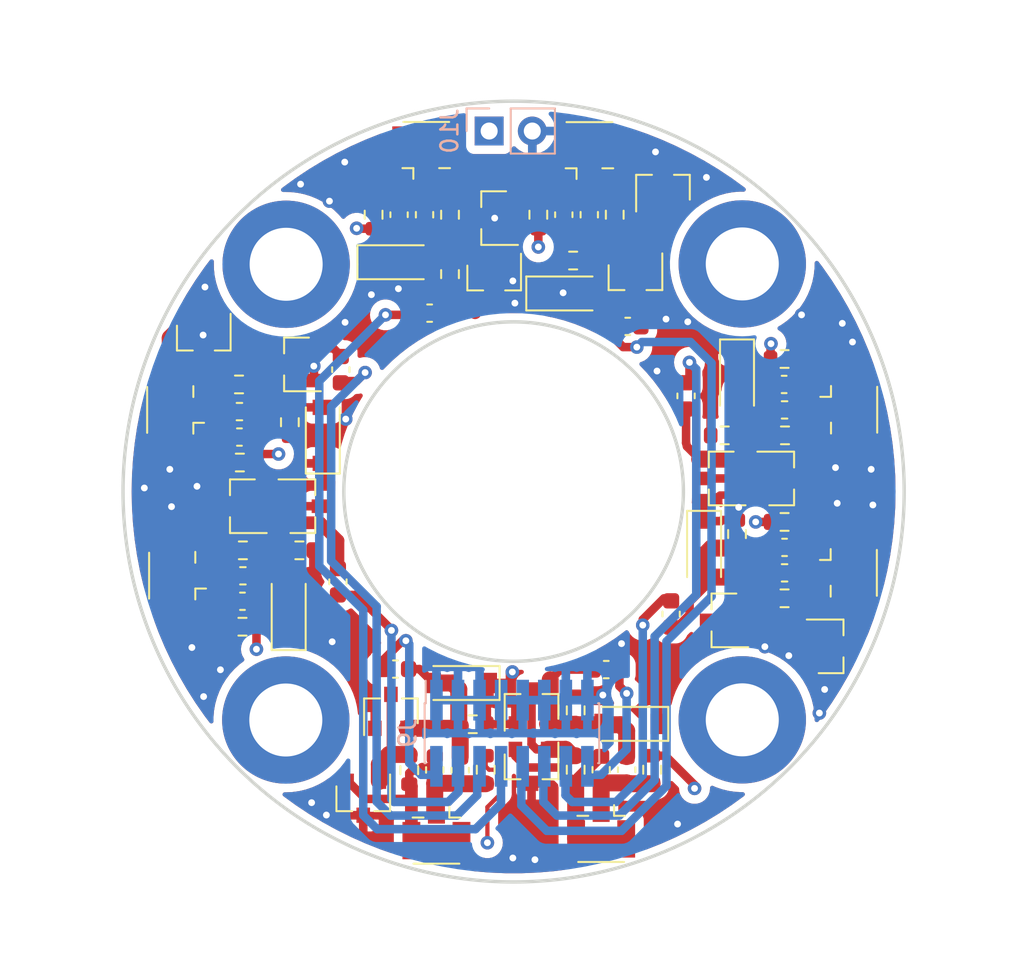
<source format=kicad_pcb>
(kicad_pcb (version 20211014) (generator pcbnew)
  (layers (0 "F.Cu" signal) (1 "In1.Cu" signal) (2 "In2.Cu" signal) (31 "B.Cu" signal) (34 "B.Paste" user) (35 "F.Paste" user) (36 "B.SilkS" user "B.Silkscreen") (37 "F.SilkS" user "F.Silkscreen") (38 "B.Mask" user) (39 "F.Mask" user) (44 "Edge.Cuts" user))
  (net 0 "")
  (net 1 "Net-(C1-Pad1)")
  (net 2 "Net-(C2-Pad1)")
  (net 3 "Net-(C3-Pad1)")
  (net 4 "Net-(C4-Pad1)")
  (net 5 "Net-(C5-Pad1)")
  (net 6 "Net-(C6-Pad1)")
  (net 7 "Net-(C7-Pad1)")
  (net 8 "Net-(C8-Pad1)")
  (net 9 "Net-(C10-Pad2)")
  (net 10 "Net-(C10-Pad1)")
  (net 11 "Net-(C11-Pad1)")
  (net 12 "Net-(C12-Pad1)")
  (net 13 "Net-(C13-Pad1)")
  (net 14 "Net-(C14-Pad1)")
  (net 15 "Net-(C15-Pad1)")
  (net 16 "Net-(C16-Pad1)")
  (net 17 "GND")
  (net 18 "Net-(J1-Pad2)")
  (net 19 "Net-(J2-Pad2)")
  (net 20 "Net-(J3-Pad2)")
  (net 21 "Net-(J4-Pad2)")
  (net 22 "Net-(J5-Pad2)")
  (net 23 "Net-(J6-Pad2)")
  (net 24 "Net-(J7-Pad2)")
  (net 25 "Net-(J8-Pad2)")
  (net 26 "Net-(Q1-Pad3)")
  (net 27 "Net-(Q3-Pad3)")
  (net 28 "Net-(Q5-Pad3)")
  (net 29 "Net-(Q7-Pad3)")
  (net 30 "Net-(Q10-Pad1)")
  (net 31 "Net-(Q11-Pad3)")
  (net 32 "Net-(Q13-Pad3)")
  (net 33 "Net-(Q15-Pad3)")
  (net 34 "TRIG1")
  (net 35 "TRIG3")
  (net 36 "TRIG5")
  (net 37 "TRIG7")
  (net 38 "TRIG0")
  (net 39 "TRIG2")
  (net 40 "TRIG4")
  (net 41 "TRIG6")
  (net 42 "VCC")
  (footprint "Capacitor_SMD:C_0603_1608Metric" (layer "F.Cu") (at 135.6 94.6 180)
    (fp_text reference "C3" hide)
    (fp_text value "47p")
  )
  (footprint "Capacitor_SMD:C_0603_1608Metric" (layer "F.Cu") (at 133.8 88.8 -90)
    (fp_text reference "C4" hide)
    (fp_text value "1n")
  )
  (footprint "Capacitor_SMD:C_0603_1608Metric" (layer "F.Cu") (at 150.7 99.475 90)
    (fp_text reference "C5" hide)
    (fp_text value "47p")
  )
  (footprint "Capacitor_SMD:C_0603_1608Metric" (layer "F.Cu") (at 156.475 98.8 180)
    (fp_text reference "C6" hide)
    (fp_text value "1n")
  )
  (footprint "Capacitor_SMD:C_0603_1608Metric" (layer "F.Cu") (at 146 115.6)
    (fp_text reference "C7" hide)
    (fp_text value "47p")
  )
  (footprint "Capacitor_SMD:C_0603_1608Metric" (layer "F.Cu") (at 133.585 115.57 180)
    (fp_text reference "C9" hide)
    (fp_text value "47p")
  )
  (footprint "Capacitor_SMD:C_0603_1608Metric" (layer "F.Cu") (at 137.4 121.525 90)
    (fp_text reference "C10" hide)
    (fp_text value "1n")
  )
  (footprint "Capacitor_SMD:C_0603_1608Metric" (layer "F.Cu") (at 130.37 97.93 -90)
    (fp_text reference "C11" hide)
    (fp_text value "47p")
  )
  (footprint "Capacitor_SMD:C_0603_1608Metric" (layer "F.Cu") (at 124.4 101.9)
    (fp_text reference "C12" hide)
    (fp_text value "1n")
  )
  (footprint "Capacitor_SMD:C_0603_1608Metric" (layer "F.Cu") (at 143.5 88.8 -90)
    (fp_text reference "C14" hide)
    (fp_text value "1n")
  )
  (footprint "Capacitor_SMD:C_0603_1608Metric" (layer "F.Cu") (at 149.82 112.325 90)
    (fp_text reference "C15" hide)
    (fp_text value "47p")
  )
  (footprint "Capacitor_SMD:C_0603_1608Metric" (layer "F.Cu") (at 156.5 108.4 180)
    (fp_text reference "C16" hide)
    (fp_text value "1n")
  )
  (footprint "Diode_SMD:D_SOD-123" (layer "F.Cu") (at 133.6 91.6)
    (fp_text reference "D3" hide)
    (fp_text value "D")
  )
  (footprint "Diode_SMD:D_SOD-123" (layer "F.Cu") (at 153.7 98.4 -90)
    (fp_text reference "D5" hide)
    (fp_text value "D")
  )
  (footprint "Diode_SMD:D_SOD-123" (layer "F.Cu") (at 147.4 118.8 180)
    (fp_text reference "D7" hide)
    (fp_text value "D")
  )
  (footprint "Diode_SMD:D_SOD-123" (layer "F.Cu") (at 137.47 116.39 180)
    (fp_text reference "D9" hide)
    (fp_text value "D")
  )
  (footprint "Diode_SMD:D_SOD-123" (layer "F.Cu") (at 129.31 101.8 90)
    (fp_text reference "D11" hide)
    (fp_text value "D")
  )
  (footprint "Diode_SMD:D_SOD-123" (layer "F.Cu") (at 143.54 93.44)
    (fp_text reference "D13" hide)
    (fp_text value "D")
  )
  (footprint "Diode_SMD:D_SOD-123" (layer "F.Cu") (at 151.76 108.5 -90)
    (fp_text reference "D15" hide)
    (fp_text value "D")
  )
  (footprint "Connector_Coaxial:U.FL_Hirose_U.FL-R-SMT-1_Vertical" (layer "F.Cu") (at 135.4 85.169999 90)
    (fp_text reference "J2" hide)
    (fp_text value "Conn_Coaxial")
  )
  (footprint "Connector_Coaxial:U.FL_Hirose_U.FL-R-SMT-1_Vertical" (layer "F.Cu") (at 160.12 100.29)
    (fp_text reference "J3" hide)
    (fp_text value "Conn_Coaxial")
  )
  (footprint "Connector_Coaxial:U.FL_Hirose_U.FL-R-SMT-1_Vertical" (layer "F.Cu") (at 145.7 125.1 -90)
    (fp_text reference "J4" hide)
    (fp_text value "Conn_Coaxial")
  )
  (footprint "Connector_Coaxial:U.FL_Hirose_U.FL-R-SMT-1_Vertical" (layer "F.Cu") (at 136 125.2 -90)
    (fp_text reference "J5" hide)
    (fp_text value "Conn_Coaxial")
  )
  (footprint "Connector_Coaxial:U.FL_Hirose_U.FL-R-SMT-1_Vertical" (layer "F.Cu") (at 120.8 100.3 180)
    (fp_text reference "J6" hide)
    (fp_text value "Conn_Coaxial")
  )
  (footprint "Connector_Coaxial:U.FL_Hirose_U.FL-R-SMT-1_Vertical" (layer "F.Cu") (at 145.010001 85.18 90)
    (fp_text reference "J7" hide)
    (fp_text value "Conn_Coaxial")
  )
  (footprint "Connector_Coaxial:U.FL_Hirose_U.FL-R-SMT-1_Vertical" (layer "F.Cu") (at 160.1 109.9)
    (fp_text reference "J8" hide)
    (fp_text value "Conn_Coaxial")
  )
  (footprint "Inductor_SMD:L_0603_1608Metric" (layer "F.Cu") (at 135.299999 88.8 -90)
    (fp_text reference "L2" hide)
    (fp_text value "100n")
  )
  (footprint "Inductor_SMD:L_0603_1608Metric" (layer "F.Cu") (at 156.5 100.3 180)
    (fp_text reference "L3" hide)
    (fp_text value "100n")
  )
  (footprint "Inductor_SMD:L_0603_1608Metric" (layer "F.Cu") (at 145.7 121.5 90)
    (fp_text reference "L4" hide)
    (fp_text value "100n")
  )
  (footprint "Inductor_SMD:L_0603_1608Metric" (layer "F.Cu") (at 135.9 121.512498 90)
    (fp_text reference "L5" hide)
    (fp_text value "100n")
  )
  (footprint "Inductor_SMD:L_0603_1608Metric" (layer "F.Cu") (at 124.4 100.4)
    (fp_text reference "L6" hide)
    (fp_text value "100n")
  )
  (footprint "Inductor_SMD:L_0603_1608Metric" (layer "F.Cu") (at 145 88.8 -90)
    (fp_text reference "L7" hide)
    (fp_text value "100n")
  )
  (footprint "Package_TO_SOT_SMD:SOT-23" (layer "F.Cu") (at 139.4 92.5 -90)
    (fp_text reference "Q3" hide)
    (fp_text value "MMBTH10")
  )
  (footprint "Package_TO_SOT_SMD:SOT-23" (layer "F.Cu") (at 139.4 89 180)
    (fp_text reference "Q4" hide)
    (fp_text value "MMBTH81")
  )
  (footprint "Package_TO_SOT_SMD:SOT-23" (layer "F.Cu") (at 152.8 104.34 180)
    (fp_text reference "Q5" hide)
    (fp_text value "MMBTH10")
  )
  (footprint "Package_TO_SOT_SMD:SOT-23" (layer "F.Cu") (at 156.3 104.34)
    (fp_text reference "Q6" hide)
    (fp_text value "MMBTH81")
  )
  (footprint "Package_TO_SOT_SMD:SOT-23" (layer "F.Cu") (at 141.6 117.799999 90)
    (fp_text reference "Q7" hide)
    (fp_text value "MMBTH10")
  )
  (footprint "Package_TO_SOT_SMD:SOT-23" (layer "F.Cu") (at 141.6 121.3 -90)
    (fp_text reference "Q8" hide)
    (fp_text value "MMBTH81")
  )
  (footprint "Package_TO_SOT_SMD:SOT-23" (layer "F.Cu") (at 133.32 118.06 90)
    (fp_text reference "Q9" hide)
    (fp_text value "MMBTH10")
  )
  (footprint "Package_TO_SOT_SMD:SOT-23" (layer "F.Cu") (at 131.69 123.18 -90)
    (fp_text reference "Q10" hide)
    (fp_text value "MMBTH81")
  )
  (footprint "Package_TO_SOT_SMD:SOT-23" (layer "F.Cu") (at 127.79 97.62 180)
    (fp_text reference "Q11" hide)
    (fp_text value "MMBTH10")
  )
  (footprint "Package_TO_SOT_SMD:SOT-23" (layer "F.Cu") (at 122.3 96.04 -90)
    (fp_text reference "Q12" hide)
    (fp_text value "MMBTH81")
  )
  (footprint "Package_TO_SOT_SMD:SOT-23" (layer "F.Cu") (at 147.72 92.48 -90)
    (fp_text reference "Q13" hide)
    (fp_text value "MMBTH10")
  )
  (footprint "Package_TO_SOT_SMD:SOT-23" (layer "F.Cu") (at 149.34 87.21 90)
    (fp_text reference "Q14" hide)
    (fp_text value "MMBTH81")
  )
  (footprint "Package_TO_SOT_SMD:SOT-23" (layer "F.Cu") (at 152.96 112.7 180)
    (fp_text reference "Q15" hide)
    (fp_text value "MMBTH10")
  )
  (footprint "Package_TO_SOT_SMD:SOT-23" (layer "F.Cu") (at 159.21 114.23)
    (fp_text reference "Q16" hide)
    (fp_text value "MMBTH81")
  )
  (footprint "Resistor_SMD:R_0603_1608Metric" (layer "F.Cu") (at 132.3 88.8 -90)
    (fp_text reference "R4" hide)
    (fp_text value "100k")
  )
  (footprint "Resistor_SMD:R_0603_1608Metric" (layer "F.Cu") (at 136.8 92.3 -90)
    (fp_text reference "R5" hide)
    (fp_text value "2.2k")
  )
  (footprint "Resistor_SMD:R_0603_1608Metric" (layer "F.Cu") (at 136.800001 88.8 -90)
    (fp_text reference "R6" hide)
    (fp_text value "10k")
  )
  (footprint "Resistor_SMD:R_0603_1608Metric" (layer "F.Cu") (at 156.5 97.3 180)
    (fp_text reference "R7" hide)
    (fp_text value "100k")
  )
  (footprint "Resistor_SMD:R_0603_1608Metric" (layer "F.Cu") (at 152.975 101.8 180)
    (fp_text reference "R8" hide)
    (fp_text value "2.2k")
  )
  (footprint "Resistor_SMD:R_0603_1608Metric" (layer "F.Cu") (at 156.525 101.8 180)
    (fp_text reference "R9" hide)
    (fp_text value "10k")
  )
  (footprint "Resistor_SMD:R_0603_1608Metric" (layer "F.Cu") (at 148.700001 121.5 90)
    (fp_text reference "R10" hide)
    (fp_text value "100k")
  )
  (footprint "Resistor_SMD:R_0603_1608Metric" (layer "F.Cu") (at 144.2 118 90)
    (fp_text reference "R11" hide)
    (fp_text value "2.2k")
  )
  (footprint "Resistor_SMD:R_0603_1608Metric" (layer "F.Cu") (at 144.2 121.5 90)
    (fp_text reference "R12" hide)
    (fp_text value "10k")
  )
  (footprint "Resistor_SMD:R_0603_1608Metric" (layer "F.Cu") (at 138.9 121.5 90)
    (fp_text reference "R13" hide)
    (fp_text value "100k")
  )
  (footprint "Resistor_SMD:R_0603_1608Metric" (layer "F.Cu") (at 138.14 118.82)
    (fp_text reference "R14" hide)
    (fp_text value "2.2k")
  )
  (footprint "Resistor_SMD:R_0603_1608Metric" (layer "F.Cu") (at 124.425 103.4)
    (fp_text reference "R16" hide)
    (fp_text value "100k")
  )
  (footprint "Resistor_SMD:R_0603_1608Metric" (layer "F.Cu") (at 127.37 101.025 -90)
    (fp_text reference "R17" hide)
    (fp_text value "2.2k")
  )
  (footprint "Resistor_SMD:R_0603_1608Metric" (layer "F.Cu") (at 124.375 98.8)
    (fp_text reference "R18" hide)
    (fp_text value "10k")
  )
  (footprint "Resistor_SMD:R_0603_1608Metric" (layer "F.Cu") (at 142 88.8 -90)
    (fp_text reference "R19" hide)
    (fp_text value "100k")
  )
  (footprint "Resistor_SMD:R_0603_1608Metric" (layer "F.Cu") (at 144.05 91.5 180)
    (fp_text reference "R20" hide)
    (fp_text value "2.2k")
  )
  (footprint "Resistor_SMD:R_0603_1608Metric" (layer "F.Cu") (at 146.5 88.8 -90)
    (fp_text reference "R21" hide)
    (fp_text value "10k")
  )
  (footprint "Resistor_SMD:R_0603_1608Metric" (layer "F.Cu") (at 156.5 106.9 180)
    (fp_text reference "R22" hide)
    (fp_text value "100k")
  )
  (footprint "Resistor_SMD:R_0603_1608Metric" (layer "F.Cu") (at 153.7 107.615 90)
    (fp_text reference "R23" hide)
    (fp_text value "2.2k")
  )
  (footprint "Resistor_SMD:R_0603_1608Metric" (layer "F.Cu") (at 156.5 111.4 180)
    (fp_text reference "R24" hide)
    (fp_text value "10k")
  )
  (footprint "Resistor_SMD:R_0603_1608Metric" (layer "F.Cu") (at 124.603388 108.57416)
    (fp_text reference "R3" hide)
    (fp_text value "10k")
  )
  (footprint "Package_TO_SOT_SMD:SOT-23" (layer "F.Cu") (at 128.103388 105.974159)
    (fp_text reference "Q1" hide)
    (fp_text value "MMBTH10")
  )
  (footprint "Inductor_SMD:L_0603_1608Metric" (layer "F.Cu") (at 124.603388 110.07416)
    (fp_text reference "L1" hide)
    (fp_text value "100n")
  )
  (footprint "Capacitor_SMD:C_0603_1608Metric" (layer "F.Cu") (at 124.578387 111.574159)
    (fp_text reference "C2" hide)
    (fp_text value "1n")
  )
  (footprint "Connector_Coaxial:U.FL_Hirose_U.FL-R-SMT-1_Vertical" (layer "F.Cu") (at 120.91552 110.065454 180)
    (fp_text reference "J1" hide)
    (fp_text value "Conn_Coaxial")
  )
  (footprint "Diode_SMD:D_SOD-123" (layer "F.Cu") (at 127.3 112.2 90)
    (fp_text reference "D1" hide)
    (fp_text value "D")
  )
  (footprint "Capacitor_SMD:C_0603_1608Metric" (layer "F.Cu") (at 130.2 110.425 -90)
    (fp_text reference "C1" hide)
    (fp_text value "47p")
  )
  (footprint "Package_TO_SOT_SMD:SOT-23" (layer "F.Cu") (at 124.603388 105.974159 180)
    (fp_text reference "Q2" hide)
    (fp_text value "MMBTH81")
  )
  (footprint "Resistor_SMD:R_0603_1608Metric" (layer "F.Cu") (at 124.578387 113.074159)
    (fp_text reference "R1" hide)
    (fp_text value "100k")
  )
  (footprint "Capacitor_SMD:C_0603_1608Metric" (layer "F.Cu") (at 147.265 95.38 180)
    (fp_text reference "C13" hide)
    (fp_text value "47p")
  )
  (footprint "Resistor_SMD:R_0603_1608Metric" (layer "F.Cu") (at 127.928388 108.57416)
    (fp_text reference "R2" hide)
    (fp_text value "2.2k")
  )
  (footprint "Resistor_SMD:R_0603_1608Metric" (layer "F.Cu") (at 134.4 121.525 90)
    (fp_text reference "R15" hide)
    (fp_text value "10k")
  )
  (footprint "Capacitor_SMD:C_0603_1608Metric" (layer "F.Cu") (at 147.199999 121.5 90)
    (fp_text reference "C8" hide)
    (fp_text value "1n")
  )
  (footprint "Inductor_SMD:L_0603_1608Metric" (layer "F.Cu") (at 156.500001 109.9 180)
    (fp_text reference "L8" hide)
    (fp_text value "100n")
  )
  (footprint "MountingHole:MountingHole_4.3mm_M4_DIN965_Pad" (layer "F.Cu") (at 127.13 118.57)
    (fp_text reference "H4" hide)
    (fp_text value "MountingHole")
  )
  (footprint "MountingHole:MountingHole_4.3mm_M4_DIN965_Pad" (layer "F.Cu") (at 154.01 118.56)
    (fp_text reference "H3" hide)
    (fp_text value "MountingHole")
  )
  (footprint "MountingHole:MountingHole_4.3mm_M4_DIN965_Pad" (layer "F.Cu") (at 154.01 91.7)
    (fp_text reference "H2" hide)
    (fp_text value "MountingHole")
  )
  (footprint "MountingHole:MountingHole_4.3mm_M4_DIN965_Pad" (layer "F.Cu") (at 127.15 91.72)
    (fp_text reference "H1" hide)
    (fp_text value "MountingHole")
  )
  (footprint "Connector_PinHeader_1.27mm:PinHeader_2x08_P1.27mm_Vertical_SMD" (layer "B.Cu") (at 140.445 119.35 -90)
    (fp_text reference "J9")
    (fp_text value "Conn_02x08_Odd_Even")
  )
  (footprint "Connector_PinHeader_2.54mm:PinHeader_1x02_P2.54mm_Vertical" (layer "B.Cu") (at 139.105 83.87 -90)
    (fp_text reference "J10")
    (fp_text value "Conn_01x02_Female")
  )
  (gr_circle (center 140.544661 105.111775) (end 156.808116 88.84832) (layer "Edge.Cuts") (width 0.2) (fill none))
  (gr_circle (center 140.544661 105.111775) (end 147.615728 98.040708) (layer "Edge.Cuts") (width 0.2) (fill none))
  (segment (start 127.103388 108.57416) (end 127.3 108.770772) (width 1) (layer "F.Cu") (net 1))
  (segment (start 130.2 108) (end 129.14916 106.94916) (width 0.75) (layer "F.Cu") (net 1))
  (segment (start 127.103388 106.92416) (end 127.103388 108.57416) (width 1) (layer "F.Cu") (net 1))
  (segment (start 126.925841 111.574159) (end 125.353388 111.574159) (width 1) (layer "F.Cu") (net 1))
  (segment (start 127.3 108.770772) (end 127.3 110.55) (width 1) (layer "F.Cu") (net 1))
  (segment (start 127.3 111.2) (end 126.925841 111.574159) (width 1) (layer "F.Cu") (net 1))
  (segment (start 127.103388 106.924159) (end 127.103388 106.92416) (width 1) (layer "F.Cu") (net 1))
  (segment (start 127.128389 106.94916) (end 127.103388 106.924159) (width 0.75) (layer "F.Cu") (net 1))
  (segment (start 127.3 110.55) (end 127.3 111.2) (width 1) (layer "F.Cu") (net 1))
  (segment (start 130.2 109.65) (end 130.2 108) (width 0.75) (layer "F.Cu") (net 1))
  (segment (start 129.14916 106.94916) (end 127.128389 106.94916) (width 0.75) (layer "F.Cu") (net 1))
  (segment (start 123.803387 111.574159) (end 123.753387 111.624159) (width 1) (layer "F.Cu") (net 2))
  (segment (start 123.753387 111.624159) (end 123.753387 113.074159) (width 1) (layer "F.Cu") (net 2))
  (segment (start 123.807182 110.065454) (end 121.965519 110.065454) (width 1) (layer "F.Cu") (net 2))
  (segment (start 123.803387 110.08666) (end 123.803387 111.574159) (width 1) (layer "F.Cu") (net 2))
  (segment (start 123.815887 110.07416) (end 123.807182 110.065454) (width 1) (layer "F.Cu") (net 2))
  (segment (start 123.815887 110.07416) (end 123.803387 110.08666) (width 1) (layer "F.Cu") (net 2))
  (segment (start 136.375 94.6) (end 138.25 94.6) (width 0.5) (layer "F.Cu") (net 3))
  (segment (start 136.8 91.475) (end 138.425 91.475) (width 1) (layer "F.Cu") (net 3))
  (segment (start 138.275 91.675) (end 138.275 94.575) (width 0.75) (layer "F.Cu") (net 3))
  (segment (start 133.8 89.575) (end 133.8 91.1) (width 1) (layer "F.Cu") (net 3))
  (segment (start 134.25 91.55) (end 134.8 91.55) (width 1) (layer "F.Cu") (net 3))
  (segment (start 134.8 91.55) (end 136.725 91.55) (width 1) (layer "F.Cu") (net 3))
  (segment (start 138.425 91.475) (end 138.45 91.5) (width 1) (layer "F.Cu") (net 3))
  (segment (start 136.725 91.55) (end 136.8 91.475) (width 1) (layer "F.Cu") (net 3))
  (segment (start 133.8 91.1) (end 134.25 91.55) (width 1) (layer "F.Cu") (net 3))
  (segment (start 138.25 94.6) (end 138.275 94.575) (width 0.5) (layer "F.Cu") (net 3))
  (segment (start 138.45 91.5) (end 138.275 91.675) (width 0.75) (layer "F.Cu") (net 3))
  (segment (start 132.3 87.975) (end 133.75 87.975) (width 1) (layer "F.Cu") (net 4))
  (segment (start 135.2875 88.025) (end 135.3 88.0125) (width 1) (layer "F.Cu") (net 4))
  (segment (start 135.400001 86.22) (end 135.4 87.9125) (width 1) (layer "F.Cu") (net 4))
  (segment (start 135.4 87.9125) (end 135.3 88.0125) (width 1) (layer "F.Cu") (net 4))
  (segment (start 133.75 87.975) (end 133.8 88.025) (width 1) (layer "F.Cu") (net 4))
  (segment (start 133.8 88.025) (end 135.2875 88.025) (width 1) (layer "F.Cu") (net 4))
  (segment (start 150.7 100.25) (end 150.7 102.24738) (width 0.5) (layer "F.Cu") (net 5))
  (segment (start 153.8 103.39) (end 153.61 103.2) (width 1) (layer "F.Cu") (net 5))
  (segment (start 154.2 98.8) (end 153.799999 99.2) (width 1) (layer "F.Cu") (net 5))
  (segment (start 153.8 101.8) (end 153.8 103.39) (width 1) (layer "F.Cu") (net 5))
  (segment (start 153.799999 99.2) (end 153.799999 99.8) (width 1) (layer "F.Cu") (net 5))
  (segment (start 150.753849 102.453849) (end 151.5 103.2) (width 0.5) (layer "F.Cu") (net 5))
  (segment (start 153.799999 99.8) (end 153.8 101.8) (width 1) (layer "F.Cu") (net 5))
  (segment (start 155.7 98.8) (end 154.2 98.8) (width 1) (layer "F.Cu") (net 5))
  (segment (start 153.61 103.2) (end 151.5 103.2) (width 1) (layer "F.Cu") (net 5))
  (segment (start 150.7 102.24738) (end 150.753849 102.453849) (width 0.5) (layer "F.Cu") (net 5))
  (segment (start 157.325 98.725) (end 157.25 98.8) (width 1) (layer "F.Cu") (net 6))
  (segment (start 157.25 100.2625) (end 157.2875 100.3) (width 1) (layer "F.Cu") (net 6))
  (segment (start 157.25 98.8) (end 157.25 100.2625) (width 1) (layer "F.Cu") (net 6))
  (segment (start 159.06 100.299999) (end 159.07 100.29) (width 1) (layer "F.Cu") (net 6))
  (segment (start 157.2875 100.3) (end 159.06 100.299999) (width 1) (layer "F.Cu") (net 6))
  (segment (start 157.325 97.3) (end 157.325 98.725) (width 1) (layer "F.Cu") (net 6))
  (segment (start 147.2 120.725) (end 147.2 119.2) (width 1) (layer "F.Cu") (net 7))
  (segment (start 142.55 118.800001) (end 142.700002 118.649999) (width 1) (layer "F.Cu") (net 7))
  (segment (start 145.225 115.6) (end 143.3 115.6) (width 0.5) (layer "F.Cu") (net 7))
  (segment (start 146.2 118.85) (end 144.225 118.85) (width 1) (layer "F.Cu") (net 7))
  (segment (start 143.3 115.6) (end 142.700002 116.199998) (width 0.5) (layer "F.Cu") (net 7))
  (segment (start 144.2 118.825) (end 142.575 118.825) (width 1) (layer "F.Cu") (net 7))
  (segment (start 142.575 118.825) (end 142.55 118.800001) (width 1) (layer "F.Cu") (net 7))
  (segment (start 142.700002 118.649999) (end 142.700002 116.199998) (width 1) (layer "F.Cu") (net 7))
  (segment (start 146.85 118.85) (end 146.2 118.85) (width 1) (layer "F.Cu") (net 7))
  (segment (start 144.225 118.85) (end 144.2 118.825) (width 1) (layer "F.Cu") (net 7))
  (segment (start 147.2 119.2) (end 146.85 118.85) (width 1) (layer "F.Cu") (net 7))
  (segment (start 148.700001 122.325) (end 147.25 122.325) (width 1) (layer "F.Cu") (net 8))
  (segment (start 145.7 124.05) (end 145.7 122.2875) (width 1) (layer "F.Cu") (net 8))
  (segment (start 145.7125 122.275) (end 145.7 122.2875) (width 1) (layer "F.Cu") (net 8))
  (segment (start 147.2 122.275) (end 145.7125 122.275) (width 1) (layer "F.Cu") (net 8))
  (segment (start 147.25 122.325) (end 147.2 122.275) (width 1) (layer "F.Cu") (net 8))
  (segment (start 134.36 115.57) (end 135 115.57) (width 0.5) (layer "F.Cu") (net 9))
  (segment (start 137.315 116.755) (end 136.95 116.39) (width 1) (layer "F.Cu") (net 9))
  (segment (start 134.27 119.06) (end 137.075 119.06) (width 1) (layer "F.Cu") (net 9))
  (segment (start 137.315 118.82) (end 137.315 116.755) (width 1) (layer "F.Cu") (net 9))
  (segment (start 135 115.57) (end 135.82 116.39) (width 0.5) (layer "F.Cu") (net 9))
  (segment (start 137.4 118.905) (end 137.315 118.82) (width 1) (layer "F.Cu") (net 9))
  (segment (start 137.4 120.75) (end 137.4 118.905) (width 1) (layer "F.Cu") (net 9))
  (segment (start 137.075 119.06) (end 137.315 118.82) (width 1) (layer "F.Cu") (net 9))
  (segment (start 136.95 116.39) (end 135.82 116.39) (width 1) (layer "F.Cu") (net 9))
  (segment (start 135.9 124.050001) (end 136 124.15) (width 1) (layer "F.Cu") (net 10))
  (segment (start 137.425 122.325) (end 137.4 122.3) (width 1) (layer "F.Cu") (net 10))
  (segment (start 137.4 122.3) (end 135.900001 122.3) (width 1) (layer "F.Cu") (net 10))
  (segment (start 135.9 122.299999) (end 135.9 124.050001) (width 1) (layer "F.Cu") (net 10))
  (segment (start 138.9 122.325) (end 137.425 122.325) (width 1) (layer "F.Cu") (net 10))
  (segment (start 135.900001 122.3) (end 135.9 122.299999) (width 1) (layer "F.Cu") (net 10))
  (segment (start 129.31 100.15) (end 127.42 100.15) (width 0.5) (layer "F.Cu") (net 11))
  (segment (start 125.82 101.9) (end 126.21 101.51) (width 0.5) (layer "F.Cu") (net 11))
  (segment (start 128.44 96.67) (end 127.77 97.34) (width 0.5) (layer "F.Cu") (net 11))
  (segment (start 126.41 100.2) (end 127.37 100.2) (width 0.5) (layer "F.Cu") (net 11))
  (segment (start 127.77 97.34) (end 127.77 99.8) (width 0.5) (layer "F.Cu") (net 11))
  (segment (start 127.77 99.8) (end 127.37 100.2) (width 0.5) (layer "F.Cu") (net 11))
  (segment (start 129.93 96.67) (end 128.79 96.67) (width 0.5) (layer "F.Cu") (net 11))
  (segment (start 126.21 100.4) (end 126.41 100.2) (width 0.5) (layer "F.Cu") (net 11))
  (segment (start 128.79 96.67) (end 128.44 96.67) (width 0.5) (layer "F.Cu") (net 11))
  (segment (start 130.4 97.14) (end 129.93 96.67) (width 0.5) (layer "F.Cu") (net 11))
  (segment (start 126.21 101.51) (end 126.21 100.4) (width 0.5) (layer "F.Cu") (net 11))
  (segment (start 125.175 101.9) (end 125.82 101.9) (width 0.5) (layer "F.Cu") (net 11))
  (segment (start 127.42 100.15) (end 127.37 100.2) (width 0.5) (layer "F.Cu") (net 11))
  (segment (start 121.95 100.4) (end 121.85 100.3) (width 1) (layer "F.Cu") (net 12))
  (segment (start 123.625 101.9) (end 123.625 100.4125) (width 1) (layer "F.Cu") (net 12))
  (segment (start 123.625 100.4125) (end 123.6125 100.4) (width 1) (layer "F.Cu") (net 12))
  (segment (start 123.6 103.4) (end 123.6 101.925) (width 1) (layer "F.Cu") (net 12))
  (segment (start 123.625 100.4) (end 121.95 100.4) (width 1) (layer "F.Cu") (net 12))
  (segment (start 123.6 101.925) (end 123.625 101.9) (width 1) (layer "F.Cu") (net 12))
  (segment (start 147.97 95.24) (end 146.17 93.44) (width 0.5) (layer "F.Cu") (net 13))
  (segment (start 147.975 95.24) (end 147.97 95.24) (width 0.5) (layer "F.Cu") (net 13))
  (segment (start 146.77 91.48) (end 144.895 91.48) (width 1) (layer "F.Cu") (net 13))
  (segment (start 145.19 91.815) (end 144.875 91.5) (width 1) (layer "F.Cu") (net 13))
  (segment (start 143.5 90.125) (end 144.875 91.5) (width 0.5) (layer "F.Cu") (net 13))
  (segment (start 144.895 91.48) (end 144.875 91.5) (width 1) (layer "F.Cu") (net 13))
  (segment (start 146.17 93.44) (end 145.19 93.44) (width 0.5) (layer "F.Cu") (net 13))
  (segment (start 143.5 89.575) (end 143.5 90.125) (width 0.5) (layer "F.Cu") (net 13))
  (segment (start 145.19 93.44) (end 145.19 91.815) (width 1) (layer "F.Cu") (net 13))
  (segment (start 145 86.24) (end 145.01 86.23) (width 1) (layer "F.Cu") (net 14))
  (segment (start 144.9875 88.025) (end 145 88.012501) (width 1) (layer "F.Cu") (net 14))
  (segment (start 142 87.975) (end 143.45 87.975001) (width 1) (layer "F.Cu") (net 14))
  (segment (start 143.45 87.975001) (end 143.5 88.025) (width 1) (layer "F.Cu") (net 14))
  (segment (start 143.5 88.025) (end 144.9875 88.025) (width 1) (layer "F.Cu") (net 14))
  (segment (start 145 88.012501) (end 145 86.24) (width 1) (layer "F.Cu") (net 14))
  (segment (start 155.725 108.4) (end 153.74 108.4) (width 1) (layer "F.Cu") (net 15))
  (segment (start 150.91 111.61) (end 151.76 110.76) (width 0.5) (layer "F.Cu") (net 15))
  (segment (start 153.96 110.65) (end 153.46 110.15) (width 1) (layer "F.Cu") (net 15))
  (segment (start 151.76 108.88) (end 152.2 108.44) (width 1) (layer "F.Cu") (net 15))
  (segment (start 153.74 108.4) (end 153.7 108.44) (width 1) (layer "F.Cu") (net 15))
  (segment (start 150.17 113.1) (end 150.91 112.36) (width 0.5) (layer "F.Cu") (net 15))
  (segment (start 151.76 110.76) (end 151.76 110.15) (width 0.5) (layer "F.Cu") (net 15))
  (segment (start 153.46 110.15) (end 151.76 110.15) (width 1) (layer "F.Cu") (net 15))
  (segment (start 149.82 113.1) (end 150.17 113.1) (width 0.5) (layer "F.Cu") (net 15))
  (segment (start 151.76 110.15) (end 151.76 108.88) (width 1) (layer "F.Cu") (net 15))
  (segment (start 152.2 108.44) (end 153.7 108.44) (width 1) (layer "F.Cu") (net 15))
  (segment (start 150.91 112.36) (end 150.91 111.61) (width 0.5) (layer "F.Cu") (net 15))
  (segment (start 153.96 111.75) (end 153.96 110.65) (width 1) (layer "F.Cu") (net 15))
  (segment (start 157.2875 109.9) (end 159.05 109.9) (width 1) (layer "F.Cu") (net 16))
  (segment (start 157.275 108.4) (end 157.275 106.95) (width 1) (layer "F.Cu") (net 16))
  (segment (start 157.275 106.95) (end 157.325 106.9) (width 1) (layer "F.Cu") (net 16))
  (segment (start 157.2875 108.4125) (end 157.275 108.4) (width 1) (layer "F.Cu") (net 16))
  (segment (start 157.2875 109.9) (end 157.2875 108.4125) (width 1) (layer "F.Cu") (net 16))
  (segment (start 138.4 89) (end 139.43 89) (width 0.5) (layer "F.Cu") (net 17))
  (segment (start 128.79 98.57) (end 128.79 97.73) (width 0.5) (layer "F.Cu") (net 17))
  (segment (start 128.79 97.73) (end 128.779312 97.719312) (width 0.5) (layer "F.Cu") (net 17))
  (via (at 158.55 118.16) (size 0.8) (drill 0.4) (layers "F.Cu" "B.Cu") (net 17))
  (via (at 120.4 106) (size 0.8) (drill 0.4) (layers "F.Cu" "B.Cu") (net 17))
  (via (at 118.8 104.9) (size 0.8) (drill 0.4) (layers "F.Cu" "B.Cu") (net 17))
  (via (at 161.6 103.8) (size 0.8) (drill 0.4) (layers "F.Cu" "B.Cu") (net 17))
  (via (at 140.62 94.01) (size 0.8) (drill 0.4) (layers "F.Cu" "B.Cu") (net 17))
  (via (at 122.37 93.06) (size 0.8) (drill 0.4) (layers "F.Cu" "B.Cu") (net 17))
  (via (at 121.9 104.8) (size 0.8) (drill 0.4) (layers "F.Cu" "B.Cu") (net 17))
  (via (at 145.8 117.1) (size 0.8) (drill 0.4) (layers "F.Cu" "B.Cu") (net 17))
  (via (at 133.76 93.16) (size 0.8) (drill 0.4) (layers "F.Cu" "B.Cu") (net 17))
  (via (at 151.9 86.6) (size 0.8) (drill 0.4) (layers "F.Cu" "B.Cu") (net 17))
  (via (at 130.6 85.7) (size 0.8) (drill 0.4) (layers "F.Cu" "B.Cu") (net 17))
  (via (at 130.66 100.84) (size 0.8) (drill 0.4) (layers "F.Cu" "B.Cu") (net 17))
  (via (at 128.779312 97.719312) (size 0.8) (drill 0.4) (layers "F.Cu" "B.Cu") (net 17))
  (via (at 159.9 95.2) (size 0.8) (drill 0.4) (layers "F.Cu" "B.Cu") (net 17))
  (via (at 140.5 92.7) (size 0.8) (drill 0.4) (layers "F.Cu" "B.Cu") (net 17))
  (via (at 157.5 94.7) (size 0.8) (drill 0.4) (layers "F.Cu" "B.Cu") (net 17))
  (via (at 161.7 105.9) (size 0.8) (drill 0.4) (layers "F.Cu" "B.Cu") (net 17))
  (via (at 150.8 95.11) (size 0.8) (drill 0.4) (layers "F.Cu" "B.Cu") (net 17))
  (via (at 143.46 93.4) (size 0.8) (drill 0.4) (layers "F.Cu" "B.Cu") (net 17))
  (via (at 159.6 105.8) (size 0.8) (drill 0.4) (layers "F.Cu" "B.Cu") (net 17))
  (via (at 122.26 95.89) (size 0.8) (drill 0.4) (layers "F.Cu" "B.Cu") (net 17))
  (via (at 132.17 93.51) (size 0.8) (drill 0.4) (layers "F.Cu" "B.Cu") (net 17))
  (via (at 129.52 124.17) (size 0.8) (drill 0.4) (layers "F.Cu" "B.Cu") (net 17))
  (via (at 159.5 103.7) (size 0.8) (drill 0.4) (layers "F.Cu" "B.Cu") (net 17))
  (via (at 128.65 123.44) (size 0.8) (drill 0.4) (layers "F.Cu" "B.Cu") (net 17))
  (via (at 140.5 126.7) (size 0.8) (drill 0.4) (layers "F.Cu" "B.Cu") (net 17))
  (via (at 148.99 98.01) (size 0.8) (drill 0.4) (layers "F.Cu" "B.Cu") (net 17))
  (via (at 148.9 85.1) (size 0.8) (drill 0.4) (layers "F.Cu" "B.Cu") (net 17))
  (via (at 128 87) (size 0.8) (drill 0.4) (layers "F.Cu" "B.Cu") (net 17))
  (via (at 150.2 124.7) (size 0.8) (drill 0.4) (layers "F.Cu" "B.Cu") (net 17))
  (via (at 156.75 114.78) (size 0.8) (drill 0.4) (layers "F.Cu" "B.Cu") (net 17))
  (via (at 130.62 95.14) (size 0.8) (drill 0.4) (layers "F.Cu" "B.Cu") (net 17))
  (via (at 153.8 106.04) (size 0.8) (drill 0.4) (layers "F.Cu" "B.Cu") (net 17))
  (via (at 121.6 114.3) (size 0.8) (drill 0.4) (layers "F.Cu" "B.Cu") (net 17))
  (via (at 155.34 114.25) (size 0.8) (drill 0.4) (layers "F.Cu" "B.Cu") (net 17))
  (via (at 160.5 96.3) (size 0.8) (drill 0.4) (layers "F.Cu" "B.Cu") (net 17))
  (via (at 129.86 113.96) (size 0.8) (drill 0.4) (layers "F.Cu" "B.Cu") (net 17))
  (via (at 158.86 116.77) (size 0.8) (drill 0.4) (layers "F.Cu" "B.Cu") (net 17))
  (via (at 123.28 115.61) (size 0.8) (drill 0.4) (layers "F.Cu" "B.Cu") (net 17))
  (via (at 149.52 94.95) (size 0.8) (drill 0.4) (layers "F.Cu" "B.Cu") (net 17))
  (via (at 129.7 88) (size 0.8) (drill 0.4) (layers "F.Cu" "B.Cu") (net 17))
  (via (at 146.9 114.07) (size 0.8) (drill 0.4) (layers "F.Cu" "B.Cu") (net 17))
  (via (at 140.47 115.74) (size 0.8) (drill 0.4) (layers "F.Cu" "B.Cu") (net 17))
  (via (at 139.43 89) (size 0.8) (drill 0.4) (layers "F.Cu" "B.Cu") (net 17))
  (via (at 122.29 117.19) (size 0.8) (drill 0.4) (layers "F.Cu" "B.Cu") (net 17))
  (via (at 120.3 103.8) (size 0.8) (drill 0.4) (layers "F.Cu" "B.Cu") (net 17))
  (via (at 141.8 126.8) (size 0.8) (drill 0.4) (layers "F.Cu" "B.Cu") (net 17))
  (segment (start 124.578378 109.378378) (end 125.27416 110.07416) (width 0.5) (layer "F.Cu") (net 18))
  (segment (start 125.075841 105.024159) (end 124.7 105.4) (width 0.5) (layer "F.Cu") (net 18))
  (segment (start 123.778388 107.521612) (end 123.778388 108.57416) (width 0.5) (layer "F.Cu") (net 18))
  (segment (start 124.7 105.4) (end 124.7 106.6) (width 0.5) (layer "F.Cu") (net 18))
  (segment (start 123.778388 108.57416) (end 120.456814 108.57416) (width 0.5) (layer "F.Cu") (net 18))
  (segment (start 125.27416 110.07416) (end 125.390888 110.07416) (width 0.5) (layer "F.Cu") (net 18))
  (segment (start 124.7 106.6) (end 123.778388 107.521612) (width 0.5) (layer "F.Cu") (net 18))
  (segment (start 120.44052 108.590454) (end 120.44052 111.540454) (width 1) (layer "F.Cu") (net 18))
  (segment (start 125.603388 105.024159) (end 125.075841 105.024159) (width 0.5) (layer "F.Cu") (net 18))
  (segment (start 123.778388 108.57416) (end 124.27416 108.57416) (width 0.5) (layer "F.Cu") (net 18))
  (segment (start 125.390888 110.07416) (end 125.278388 110.07416) (width 0.5) (layer "F.Cu") (net 18))
  (segment (start 120.456814 108.57416) (end 120.44052 108.590454) (width 0.5) (layer "F.Cu") (net 18))
  (segment (start 124.27416 108.57416) (end 124.578378 108.878378) (width 0.5) (layer "F.Cu") (net 18))
  (segment (start 124.578378 108.878378) (end 124.578378 109.378378) (width 0.5) (layer "F.Cu") (net 18))
  (segment (start 136.8 88.67499) (end 136.8 87.974999) (width 0.5) (layer "F.Cu") (net 19))
  (segment (start 133.925 84.695) (end 136.875 84.695) (width 1) (layer "F.Cu") (net 19))
  (segment (start 135.299999 89.433272) (end 136.058282 88.67499) (width 0.5) (layer "F.Cu") (net 19))
  (segment (start 136.8 84.77) (end 136.875 84.695) (width 1) (layer "F.Cu") (net 19))
  (segment (start 136.800001 84.769998) (end 136.875 84.694999) (width 1) (layer "F.Cu") (net 19))
  (segment (start 136.800001 87.975) (end 136.800001 84.769998) (width 1) (layer "F.Cu") (net 19))
  (segment (start 135.3 89.5875) (end 135.299999 89.433272) (width 0.5) (layer "F.Cu") (net 19))
  (segment (start 136.874512 87.900489) (end 136.800001 87.975) (width 1) (layer "F.Cu") (net 19))
  (segment (start 140.250489 87.900489) (end 136.874512 87.900489) (width 1) (layer "F.Cu") (net 19))
  (segment (start 136.058282 88.67499) (end 136.8 88.67499) (width 0.5) (layer "F.Cu") (net 19))
  (segment (start 140.4 88.05) (end 140.250489 87.900489) (width 1) (layer "F.Cu") (net 19))
  (segment (start 155.92 105.29) (end 156.36 104.85) (width 0.5) (layer "F.Cu") (net 20))
  (segment (start 160.595 101.765) (end 157.385 101.765) (width 1) (layer "F.Cu") (net 20))
  (segment (start 156.36 102.79) (end 157.35 101.8) (width 0.5) (layer "F.Cu") (net 20))
  (segment (start 156.36 104.85) (end 156.36 102.79) (width 0.5) (layer "F.Cu") (net 20))
  (segment (start 155.85 100.3) (end 157.35 101.8) (width 0.5) (layer "F.Cu") (net 20))
  (segment (start 157.385 101.765) (end 157.35 101.8) (width 1) (layer "F.Cu") (net 20))
  (segment (start 155.3 105.29) (end 155.92 105.29) (width 0.5) (layer "F.Cu") (net 20))
  (segment (start 160.595 98.815) (end 160.595 101.765) (width 1) (layer "F.Cu") (net 20))
  (segment (start 144.97499 121.52501) (end 144.693507 121.52501) (width 0.5) (layer "F.Cu") (net 21))
  (segment (start 140.65 120.3) (end 140.65 120.7) (width 0.5) (layer "F.Cu") (net 21))
  (segment (start 144.2 122.018517) (end 144.2 122.325) (width 0.5) (layer "F.Cu") (net 21))
  (segment (start 140.65 120.7) (end 141.32 121.37) (width 0.5) (layer "F.Cu") (net 21))
  (segment (start 144.225 125.575) (end 147.175 125.575) (width 1) (layer "F.Cu") (net 21))
  (segment (start 144.175 122.3) (end 144.2 122.325) (width 1) (layer "F.Cu") (net 21))
  (segment (start 145.7 120.8) (end 144.97499 121.52501) (width 0.5) (layer "F.Cu") (net 21))
  (segment (start 144.2 122.325) (end 144.200001 125.55) (width 1) (layer "F.Cu") (net 21))
  (segment (start 141.32 121.37) (end 143.245 121.37) (width 0.5) (layer "F.Cu") (net 21))
  (segment (start 144.693507 121.52501) (end 144.2 122.018517) (width 0.5) (layer "F.Cu") (net 21))
  (segment (start 145.7 120.7125) (end 145.7 120.8) (width 0.5) (layer "F.Cu") (net 21))
  (segment (start 143.245 121.37) (end 144.2 122.325) (width 0.5) (layer "F.Cu") (net 21))
  (segment (start 144.200001 125.55) (end 144.225 125.575) (width 1) (layer "F.Cu") (net 21))
  (segment (start 134.525 123.635) (end 134.525 122.475) (width 0.75) (layer "F.Cu") (net 22))
  (segment (start 130.92 122.31) (end 131.83 123.22) (width 0.5) (layer "F.Cu") (net 22))
  (segment (start 135.9 120.724999) (end 135.9 121.2) (width 0.5) (layer "F.Cu") (net 22))
  (segment (start 134.54999 121.55001) (end 134.4 121.7) (width 0.5) (layer "F.Cu") (net 22))
  (segment (start 135.9 121.2) (end 135.750011 121.349989) (width 0.5) (layer "F.Cu") (net 22))
  (segment (start 131.83 123.22) (end 134.11 123.22) (width 0.5) (layer "F.Cu") (net 22))
  (segment (start 134.11 123.22) (end 134.525 123.635) (width 0.5) (layer "F.Cu") (net 22))
  (segment (start 135.750011 121.349989) (end 135.144265 121.349989) (width 0.5) (layer "F.Cu") (net 22))
  (segment (start 135.144265 121.349989) (end 134.944244 121.55001) (width 0.5) (layer "F.Cu") (net 22))
  (segment (start 134.944244 121.55001) (end 134.54999 121.55001) (width 0.5) (layer "F.Cu") (net 22))
  (segment (start 134.4 121.7) (end 134.4 122.35) (width 0.5) (layer "F.Cu") (net 22))
  (segment (start 134.525 125.675) (end 134.525 123.635) (width 0.75) (layer "F.Cu") (net 22))
  (segment (start 134.525 125.675) (end 137.475 125.675) (width 1) (layer "F.Cu") (net 22))
  (segment (start 134.525 122.475) (end 134.4 122.35) (width 0.75) (layer "F.Cu") (net 22))
  (segment (start 120.325 101.775) (end 120.325 98.825) (width 1) (layer "F.Cu") (net 23))
  (segment (start 120.325 98.825) (end 120.325 96.065) (width 1) (layer "F.Cu") (net 23))
  (segment (start 123.6 98.8) (end 123.55 98.8) (width 0.5) (layer "F.Cu") (net 23))
  (segment (start 125.1875 100.4) (end 125.1875 100.3875) (width 0.5) (layer "F.Cu") (net 23))
  (segment (start 120.325 98.825) (end 123.525 98.825) (width 1) (layer "F.Cu") (net 23))
  (segment (start 123.525 98.825) (end 123.55 98.8) (width 1) (layer "F.Cu") (net 23))
  (segment (start 125.1875 100.3875) (end 123.6 98.8) (width 0.5) (layer "F.Cu") (net 23))
  (segment (start 120.325 96.065) (end 121.35 95.04) (width 1) (layer "F.Cu") (net 23))
  (segment (start 146.485001 84.705) (end 146.485001 87.204999) (width 1) (layer "F.Cu") (net 24))
  (segment (start 150.29 88.21) (end 150.29 88.16) (width 0.5) (layer "F.Cu") (net 24))
  (segment (start 146.485001 87.204999) (end 146.485001 87.960001) (width 1) (layer "F.Cu") (net 24))
  (segment (start 146.580489 87.109511) (end 146.485001 87.204999) (width 0.5) (layer "F.Cu") (net 24))
  (segment (start 145.72501 88.77499) (end 146.32501 88.77499) (width 0.5) (layer "F.Cu") (net 24))
  (segment (start 146.485001 87.960001) (end 146.5 87.975) (width 1) (layer "F.Cu") (net 24))
  (segment (start 146.485 84.705) (end 143.535 84.705) (width 1) (layer "F.Cu") (net 24))
  (segment (start 145 89.5) (end 145.72501 88.77499) (width 0.5) (layer "F.Cu") (net 24))
  (segment (start 146.32501 88.77499) (end 146.5 88.6) (width 0.5) (layer "F.Cu") (net 24))
  (segment (start 145 89.5875) (end 145 89.5) (width 0.5) (layer "F.Cu") (net 24))
  (segment (start 150.29 88.16) (end 149.239511 87.109511) (width 0.5) (layer "F.Cu") (net 24))
  (segment (start 149.239511 87.109511) (end 146.580489 87.109511) (width 0.5) (layer "F.Cu") (net 24))
  (segment (start 146.5 88.6) (end 146.5 87.975) (width 0.5) (layer "F.Cu") (net 24))
  (segment (start 159.23 111.4) (end 160.55 111.4) (width 1) (layer "F.Cu") (net 25))
  (segment (start 157.325 111.4) (end 159.23 111.4) (width 1) (layer "F.Cu") (net 25))
  (segment (start 155.7125 109.9) (end 155.8 109.9) (width 0.5) (layer "F.Cu") (net 25))
  (segment (start 155.712501 109.9) (end 155.825 109.9) (width 0.5) (layer "F.Cu") (net 25))
  (segment (start 155.825 109.9) (end 157.325 111.4) (width 0.5) (layer "F.Cu") (net 25))
  (segment (start 158.92 115.18) (end 159.23 114.87) (width 0.5) (layer "F.Cu") (net 25))
  (segment (start 160.55 111.4) (end 160.575 111.375) (width 1) (layer "F.Cu") (net 25))
  (segment (start 159.23 114.87) (end 159.23 111.4) (width 0.5) (layer "F.Cu") (net 25))
  (segment (start 158.21 115.18) (end 158.92 115.18) (width 0.5) (layer "F.Cu") (net 25))
  (segment (start 160.575 111.375) (end 160.575 108.425) (width 1) (layer "F.Cu") (net 25))
  (segment (start 129.103388 105.974159) (end 125.825841 105.974159) (width 0.5) (layer "F.Cu") (net 26))
  (segment (start 125.825841 105.974159) (end 125.603388 106.196612) (width 0.5) (layer "F.Cu") (net 26))
  (segment (start 125.603388 106.196612) (end 125.603388 106.924159) (width 0.5) (layer "F.Cu") (net 26))
  (segment (start 125.428388 108.57416) (end 125.428388 107.099159) (width 0.5) (layer "F.Cu") (net 26))
  (segment (start 125.428388 107.099159) (end 125.603388 106.924159) (width 0.5) (layer "F.Cu") (net 26))
  (segment (start 139.4 90.14) (end 139.41 90.13) (width 0.5) (layer "F.Cu") (net 27))
  (segment (start 140.22 90.13) (end 140.4 89.95) (width 1) (layer "F.Cu") (net 27))
  (segment (start 139.41 90.13) (end 140.22 90.13) (width 1) (layer "F.Cu") (net 27))
  (segment (start 136.925 89.625) (end 137.43 90.13) (width 1) (layer "F.Cu") (net 27))
  (segment (start 136.800001 89.625) (end 136.925 89.625) (width 1) (layer "F.Cu") (net 27))
  (segment (start 139.4 93.5) (end 139.4 90.14) (width 0.5) (layer "F.Cu") (net 27))
  (segment (start 137.43 90.13) (end 139.41 90.13) (width 1) (layer "F.Cu") (net 27))
  (segment (start 155.06 104.34) (end 155.3 104.1) (width 0.5) (layer "F.Cu") (net 28))
  (segment (start 155.3 104.1) (end 155.3 103.39) (width 0.5) (layer "F.Cu") (net 28))
  (segment (start 155.7 101.8) (end 155.3 102.2) (width 1) (layer "F.Cu") (net 28))
  (segment (start 151.8 104.34) (end 155.06 104.34) (width 0.5) (layer "F.Cu") (net 28))
  (segment (start 155.3 102.2) (end 155.3 103.39) (width 1) (layer "F.Cu") (net 28))
  (segment (start 143.6 120.3) (end 142.55 120.3) (width 1) (layer "F.Cu") (net 29))
  (segment (start 143.975 120.675) (end 143.6 120.3) (width 1) (layer "F.Cu") (net 29))
  (segment (start 141.9 120.3) (end 142.55 120.3) (width 0.5) (layer "F.Cu") (net 29))
  (segment (start 141.6 116.800001) (end 141.6 120) (width 0.5) (layer "F.Cu") (net 29))
  (segment (start 144.2 120.675) (end 143.975 120.675) (width 1) (layer "F.Cu") (net 29))
  (segment (start 141.6 120) (end 141.9 120.3) (width 0.5) (layer "F.Cu") (net 29))
  (segment (start 133.21951 120.60049) (end 134.4 120.60049) (width 1) (layer "F.Cu") (net 30))
  (segment (start 133.32 120.5) (end 133.21951 120.60049) (width 0.5) (layer "F.Cu") (net 30))
  (segment (start 132.64 122.18) (end 132.64 121.18) (width 1) (layer "F.Cu") (net 30))
  (segment (start 132.64 121.18) (end 133.21951 120.60049) (width 1) (layer "F.Cu") (net 30))
  (segment (start 133.32 117.06) (end 133.32 120.5) (width 0.5) (layer "F.Cu") (net 30))
  (segment (start 124.299511 97.62) (end 123.399511 96.72) (width 1) (layer "F.Cu") (net 31))
  (segment (start 123.399511 95.189511) (end 123.25 95.04) (width 1) (layer "F.Cu") (net 31))
  (segment (start 125.09 97.62) (end 124.299511 97.62) (width 1) (layer "F.Cu") (net 31))
  (segment (start 125.2 98.8) (end 125.2 97.73) (width 1) (layer "F.Cu") (net 31))
  (segment (start 123.399511 96.72) (end 123.399511 95.189511) (width 1) (layer "F.Cu") (net 31))
  (segment (start 125.2 97.73) (end 125.09 97.62) (width 1) (layer "F.Cu") (net 31))
  (segment (start 126.79 97.62) (end 125.09 97.62) (width 1) (layer "F.Cu") (net 31))
  (segment (start 148.39 89.26) (end 147.92549 89.72451) (width 1) (layer "F.Cu") (net 32))
  (segment (start 147.72 93.48) (end 147.72 89.93) (width 0.5) (layer "F.Cu") (net 32))
  (segment (start 147.72 89.93) (end 147.92549 89.72451) (width 0.5) (layer "F.Cu") (net 32))
  (segment (start 148.39 88.21) (end 148.39 89.26) (width 1) (layer "F.Cu") (net 32))
  (segment (start 147.92549 89.72451) (end 146.5 89.72451) (width 1) (layer "F.Cu") (net 32))
  (segment (start 151.96 112.7) (end 155.71 112.7) (width 0.5) (layer "F.Cu") (net 33))
  (segment (start 156.29 113.28) (end 158.21 113.28) (width 1) (layer "F.Cu") (net 33))
  (segment (start 155.71 112.7) (end 156.29 113.28) (width 0.5) (layer "F.Cu") (net 33))
  (segment (start 155.675 112.665) (end 156.29 113.28) (width 1) (layer "F.Cu") (net 33))
  (segment (start 155.675 111.4) (end 155.675 112.665) (width 1) (layer "F.Cu") (net 33))
  (segment (start 131.3 111.2) (end 130.2 111.2) (width 0.5) (layer "F.Cu") (net 34))
  (segment (start 133.35 113.25) (end 131.3 111.2) (width 0.5) (layer "F.Cu") (net 34))
  (segment (start 133.35 113.29) (end 133.35 113.25) (width 0.5) (layer "F.Cu") (net 34))
  (via (at 133.35 113.29) (size 0.8) (drill 0.4) (layers "F.Cu" "B.Cu") (net 34))
  (segment (start 137.3 122.8) (end 137.3 121.5) (width 0.5) (layer "B.Cu") (net 34))
  (segment (start 133.35 113.29) (end 133.35 123.25) (width 0.5) (layer "B.Cu") (net 34))
  (segment (start 133.5 123.4) (end 136.7 123.4) (width 0.5) (layer "B.Cu") (net 34))
  (segment (start 133.35 123.25) (end 133.5 123.4) (width 0.5) (layer "B.Cu") (net 34))
  (segment (start 136.7 123.4) (end 137.3 122.8) (width 0.5) (layer "B.Cu") (net 34))
  (segment (start 133 94.7) (end 134.725 94.7) (width 0.5) (layer "F.Cu") (net 35))
  (segment (start 134.725 94.7) (end 134.825 94.6) (width 0.5) (layer "F.Cu") (net 35))
  (via (at 133 94.7) (size 0.8) (drill 0.4) (layers "F.Cu" "B.Cu") (net 35))
  (segment (start 129.1 98.6) (end 133 94.7) (width 0.5) (layer "B.Cu") (net 35))
  (segment (start 132.51 125) (end 131.69 124.18) (width 0.5) (layer "B.Cu") (net 35))
  (segment (start 129.1 109.5) (end 129.1 98.6) (width 0.5) (layer "B.Cu") (net 35))
  (segment (start 131.69 112.09) (end 129.1 109.5) (width 0.5) (layer "B.Cu") (net 35))
  (segment (start 131.69 124.18) (end 131.69 112.09) (width 0.5) (layer "B.Cu") (net 35))
  (segment (start 138.3 125) (end 132.51 125) (width 0.5) (layer "B.Cu") (net 35))
  (segment (start 139.8 123.5) (end 138.3 125) (width 0.5) (layer "B.Cu") (net 35))
  (segment (start 139.8 121.3) (end 139.8 123.5) (width 0.5) (layer "B.Cu") (net 35))
  (segment (start 150.9 97.5) (end 150.9 98.5) (width 0.5) (layer "F.Cu") (net 36))
  (segment (start 150.9 98.5) (end 150.7 98.7) (width 0.5) (layer "F.Cu") (net 36))
  (via (at 150.9 97.5) (size 0.8) (drill 0.4) (layers "F.Cu" "B.Cu") (net 36))
  (segment (start 146.764964 124.2) (end 148.84952 122.115444) (width 0.5) (layer "B.Cu") (net 36))
  (segment (start 142.3 123.4) (end 143.1 124.2) (width 0.5) (layer "B.Cu") (net 36))
  (segment (start 151.3 97.9) (end 150.9 97.5) (width 0.5) (layer "B.Cu") (net 36))
  (segment (start 148.84952 113.65048) (end 151.3 111.2) (width 0.5) (layer "B.Cu") (net 36))
  (segment (start 151.3 111.2) (end 151.3 97.9) (width 0.5) (layer "B.Cu") (net 36))
  (segment (start 143.1 124.2) (end 146.764964 124.2) (width 0.5) (layer "B.Cu") (net 36))
  (segment (start 142.3 121.6) (end 142.3 123.4) (width 0.5) (layer "B.Cu") (net 36))
  (segment (start 148.84952 122.115444) (end 148.84952 113.65048) (width 0.5) (layer "B.Cu") (net 36))
  (segment (start 146.775 115.6) (end 146.775 116.575) (width 0.5) (layer "F.Cu") (net 37))
  (segment (start 146.775 116.575) (end 147.2 117) (width 0.5) (layer "F.Cu") (net 37))
  (via (at 147.2 117) (size 0.8) (drill 0.4) (layers "F.Cu" "B.Cu") (net 37))
  (segment (start 147.2 120.3) (end 147.2 117) (width 0.5) (layer "B.Cu") (net 37))
  (segment (start 145.7 121.8) (end 147.2 120.3) (width 0.5) (layer "B.Cu") (net 37))
  (segment (start 144.9 121.8) (end 145.7 121.8) (width 0.5) (layer "B.Cu") (net 37))
  (segment (start 132.81 115.09) (end 132.81 115.57) (width 0.5) (layer "F.Cu") (net 38))
  (segment (start 134 113.9) (end 132.81 115.09) (width 0.5) (layer "F.Cu") (net 38))
  (segment (start 134.2 113.9) (end 134 113.9) (width 0.5) (layer "F.Cu") (net 38))
  (via (at 134.2 113.9) (size 0.8) (drill 0.4) (layers "F.Cu" "B.Cu") (net 38))
  (segment (start 134.4 114.1) (end 134.2 113.9) (width 0.5) (layer "B.Cu") (net 38))
  (segment (start 136 121.8) (end 135.1 121.8) (width 0.5) (layer "B.Cu") (net 38))
  (segment (start 135.1 121.8) (end 134.4 121.1) (width 0.5) (layer "B.Cu") (net 38))
  (segment (start 134.4 121.1) (end 134.4 114.1) (width 0.5) (layer "B.Cu") (net 38))
  (segment (start 130.65 98.6) (end 130.4 98.85) (width 0.5) (layer "F.Cu") (net 39))
  (segment (start 131.8 98.1) (end 131.3 98.6) (width 0.5) (layer "F.Cu") (net 39))
  (segment (start 131.3 98.6) (end 130.65 98.6) (width 0.5) (layer "F.Cu") (net 39))
  (via (at 131.8 98.1) (size 0.8) (drill 0.4) (layers "F.Cu" "B.Cu") (net 39))
  (segment (start 138.4 123) (end 137.2 124.2) (width 0.5) (layer "B.Cu") (net 39))
  (segment (start 129.8 100.1) (end 131.8 98.1) (width 0.5) (layer "B.Cu") (net 39))
  (segment (start 129.8 109.2) (end 129.8 100.1) (width 0.5) (layer "B.Cu") (net 39))
  (segment (start 132.48 123.38) (end 132.48 111.88) (width 0.5) (layer "B.Cu") (net 39))
  (segment (start 138.4 121.3) (end 138.4 123) (width 0.5) (layer "B.Cu") (net 39))
  (segment (start 133.3 124.2) (end 132.48 123.38) (width 0.5) (layer "B.Cu") (net 39))
  (segment (start 132.48 111.88) (end 129.8 109.2) (width 0.5) (layer "B.Cu") (net 39))
  (segment (start 137.2 124.2) (end 133.3 124.2) (width 0.5) (layer "B.Cu") (net 39))
  (segment (start 147.8 96.6) (end 147 96.6) (width 0.5) (layer "F.Cu") (net 40))
  (segment (start 146.425 96.025) (end 146.425 95.445) (width 0.5) (layer "F.Cu") (net 40))
  (segment (start 146.425 95.445) (end 146.49 95.38) (width 0.5) (layer "F.Cu") (net 40))
  (segment (start 147 96.6) (end 146.425 96.025) (width 0.5) (layer "F.Cu") (net 40))
  (via (at 147.8 96.6) (size 0.8) (drill 0.4) (layers "F.Cu" "B.Cu") (net 40))
  (segment (start 150.958002 96.3) (end 148.1 96.3) (width 0.5) (layer "B.Cu") (net 40))
  (segment (start 142.5 125.1) (end 146.9 125.1) (width 0.5) (layer "B.Cu") (net 40))
  (segment (start 149.54904 122.45096) (end 149.54904 113.940923) (width 0.5) (layer "B.Cu") (net 40))
  (segment (start 141 123.6) (end 142.5 125.1) (width 0.5) (layer "B.Cu") (net 40))
  (segment (start 146.9 125.1) (end 149.54904 122.45096) (width 0.5) (layer "B.Cu") (net 40))
  (segment (start 148.1 96.3) (end 147.8 96.6) (width 0.5) (layer "B.Cu") (net 40))
  (segment (start 149.54904 113.940923) (end 152.2 111.289963) (width 0.5) (layer "B.Cu") (net 40))
  (segment (start 152.2 97.541998) (end 150.958002 96.3) (width 0.5) (layer "B.Cu") (net 40))
  (segment (start 152.2 111.289963) (end 152.2 97.541998) (width 0.5) (layer "B.Cu") (net 40))
  (segment (start 141 121.5) (end 141 123.6) (width 0.5) (layer "B.Cu") (net 40))
  (segment (start 148.15 112.65) (end 149.4 111.4) (width 0.5) (layer "F.Cu") (net 41))
  (segment (start 148.15 112.98) (end 148.15 112.65) (width 0.5) (layer "F.Cu") (net 41))
  (via (at 148.15 112.98) (size 0.8) (drill 0.4) (layers "F.Cu" "B.Cu") (net 41))
  (segment (start 144 123.4) (end 143.6 123) (width 0.5) (layer "B.Cu") (net 41))
  (segment (start 143.6 121.8) (end 143.5 121.7) (width 0.5) (layer "B.Cu") (net 41))
  (segment (start 143.6 123) (end 143.6 121.8) (width 0.5) (layer "B.Cu") (net 41))
  (segment (start 146.575002 123.4) (end 144 123.4) (width 0.5) (layer "B.Cu") (net 41))
  (segment (start 148.15 112.98) (end 148.15 121.825002) (width 0.5) (layer "B.Cu") (net 41))
  (segment (start 148.15 121.825002) (end 146.575002 123.4) (width 0.5) (layer "B.Cu") (net 41))
  (segment (start 125.403387 113.074159) (end 125.403387 114.396613) (width 0.5) (layer "F.Cu") (net 42))
  (segment (start 139.8 121.9) (end 139.8 122.9) (width 0.25) (layer "F.Cu") (net 42))
  (segment (start 125.403387 114.396613) (end 125.4 114.4) (width 0.5) (layer "F.Cu") (net 42))
  (segment (start 125.75 102.9) (end 126.7 102.9) (width 0.5) (layer "F.Cu") (net 42))
  (segment (start 125.25 103.4) (end 125.75 102.9) (width 0.5) (layer "F.Cu") (net 42))
  (segment (start 148.700001 120.675) (end 149.475 120.675) (width 0.5) (layer "F.Cu") (net 42))
  (segment (start 151.2 122.4) (end 151.2 122.6) (width 0.5) (layer "F.Cu") (net 42))
  (segment (start 139.09999 121.49999) (end 139.39999 121.49999) (width 0.25) (layer "F.Cu") (net 42))
  (segment (start 139.39999 121.49999) (end 139.8 121.9) (width 0.25) (layer "F.Cu") (net 42))
  (segment (start 139.8 122.9) (end 139.001042 123.698958) (width 0.25) (layer "F.Cu") (net 42))
  (segment (start 142 89.625) (end 142 90.7) (width 0.5) (layer "F.Cu") (net 42))
  (segment (start 155.675 96.425) (end 155.7 96.4) (width 0.5) (layer "F.Cu") (net 42))
  (segment (start 139.001042 123.698958) (end 139.001042 125.80104) (width 0.25) (layer "F.Cu") (net 42))
  (segment (start 132.3 89.625) (end 131.325 89.625) (width 0.5) (layer "F.Cu") (net 42))
  (segment (start 149.475 120.675) (end 151.2 122.4) (width 0.5) (layer "F.Cu") (net 42))
  (segment (start 155.675 97.3) (end 155.675 96.425) (width 0.5) (layer "F.Cu") (net 42))
  (segment (start 155.675 106.9) (end 154.8 106.9) (width 0.5) (layer "F.Cu") (net 42))
  (segment (start 131.325 89.625) (end 131.3 89.6) (width 0.5) (layer "F.Cu") (net 42))
  (segment (start 138.9 120.675) (end 138.9 121.3) (width 0.25) (layer "F.Cu") (net 42))
  (segment (start 138.9 121.3) (end 139.09999 121.49999) (width 0.25) (layer "F.Cu") (net 42))
  (via (at 155.7 96.4) (size 0.8) (drill 0.4) (layers "F.Cu" "B.Cu") (net 42))
  (via (at 151.2 122.6) (size 0.8) (drill 0.4) (layers "F.Cu" "B.Cu") (net 42))
  (via (at 154.8 106.9) (size 0.8) (drill 0.4) (layers "F.Cu" "B.Cu") (net 42))
  (via (at 125.4 114.4) (size 0.8) (drill 0.4) (layers "F.Cu" "B.Cu") (net 42))
  (via (at 139.001042 125.80104) (size 0.8) (drill 0.4) (layers "F.Cu" "B.Cu") (net 42))
  (via (at 131.3 89.6) (size 0.8) (drill 0.4) (layers "F.Cu" "B.Cu") (net 42))
  (via (at 142 90.7) (size 0.8) (drill 0.4) (layers "F.Cu" "B.Cu") (net 42))
  (via (at 126.7 102.9) (size 0.8) (drill 0.4) (layers "F.Cu" "B.Cu") (net 42))
  (zone (net 17) (net_name "GND") (layer "F.Cu") (connect_pads (clearance 0.508)) (min_thickness 0.254) (fill yes (thermal_gap 0.508) (thermal_bridge_width 0.508))
    (polygon (pts (xy 168.4 129.6) (xy 111.2 129.6) (xy 111.2 80) (xy 168.4 80)))
  )
  (zone (net 17) (net_name "GND") (layer "B.Cu") (connect_pads (clearance 0.508)) (min_thickness 0.254) (fill yes (thermal_gap 0.508) (thermal_bridge_width 0.508))
    (polygon (pts (xy 168.2 129.5) (xy 111.3 129.5) (xy 111.3 79.8) (xy 168.2 79.8)))
  )
)
</source>
